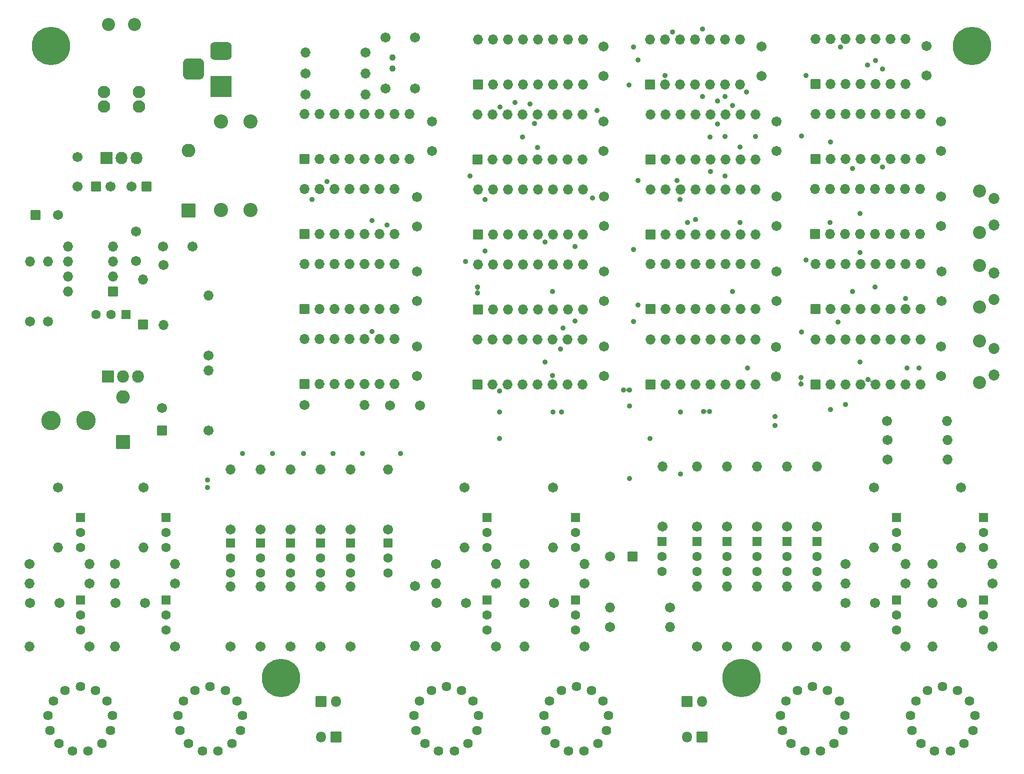
<source format=gbr>
G04 #@! TF.GenerationSoftware,KiCad,Pcbnew,(6.0.10)*
G04 #@! TF.CreationDate,2023-04-15T17:26:43+02:00*
G04 #@! TF.ProjectId,NixieClock,4e697869-6543-46c6-9f63-6b2e6b696361,rev?*
G04 #@! TF.SameCoordinates,Original*
G04 #@! TF.FileFunction,Soldermask,Top*
G04 #@! TF.FilePolarity,Negative*
%FSLAX46Y46*%
G04 Gerber Fmt 4.6, Leading zero omitted, Abs format (unit mm)*
G04 Created by KiCad (PCBNEW (6.0.10)) date 2023-04-15 17:26:43*
%MOMM*%
%LPD*%
G01*
G04 APERTURE LIST*
G04 Aperture macros list*
%AMRoundRect*
0 Rectangle with rounded corners*
0 $1 Rounding radius*
0 $2 $3 $4 $5 $6 $7 $8 $9 X,Y pos of 4 corners*
0 Add a 4 corners polygon primitive as box body*
4,1,4,$2,$3,$4,$5,$6,$7,$8,$9,$2,$3,0*
0 Add four circle primitives for the rounded corners*
1,1,$1+$1,$2,$3*
1,1,$1+$1,$4,$5*
1,1,$1+$1,$6,$7*
1,1,$1+$1,$8,$9*
0 Add four rect primitives between the rounded corners*
20,1,$1+$1,$2,$3,$4,$5,0*
20,1,$1+$1,$4,$5,$6,$7,0*
20,1,$1+$1,$6,$7,$8,$9,0*
20,1,$1+$1,$8,$9,$2,$3,0*%
G04 Aperture macros list end*
%ADD10C,1.702000*%
%ADD11RoundRect,0.051000X0.800000X0.800000X-0.800000X0.800000X-0.800000X-0.800000X0.800000X-0.800000X0*%
%ADD12RoundRect,0.051000X0.800000X-0.800000X0.800000X0.800000X-0.800000X0.800000X-0.800000X-0.800000X0*%
%ADD13RoundRect,0.051000X-0.800000X-0.800000X0.800000X-0.800000X0.800000X0.800000X-0.800000X0.800000X0*%
%ADD14O,2.302000X2.302000*%
%ADD15RoundRect,0.051000X1.100000X-1.100000X1.100000X1.100000X-1.100000X1.100000X-1.100000X-1.100000X0*%
%ADD16O,1.702000X1.702000*%
%ADD17RoundRect,0.051000X-1.750000X1.750000X-1.750000X-1.750000X1.750000X-1.750000X1.750000X1.750000X0*%
%ADD18RoundRect,0.801000X-1.000000X0.750000X-1.000000X-0.750000X1.000000X-0.750000X1.000000X0.750000X0*%
%ADD19RoundRect,0.926000X-0.875000X0.875000X-0.875000X-0.875000X0.875000X-0.875000X0.875000X0.875000X0*%
%ADD20C,3.302000*%
%ADD21C,1.626000*%
%ADD22RoundRect,0.051000X-0.750000X0.750000X-0.750000X-0.750000X0.750000X-0.750000X0.750000X0.750000X0*%
%ADD23C,1.602000*%
%ADD24O,2.007000X2.102000*%
%ADD25RoundRect,0.051000X-0.952500X-1.000000X0.952500X-1.000000X0.952500X1.000000X-0.952500X1.000000X0*%
%ADD26RoundRect,0.051000X0.750000X0.750000X-0.750000X0.750000X-0.750000X-0.750000X0.750000X-0.750000X0*%
%ADD27C,1.102000*%
%ADD28C,2.202000*%
%ADD29C,2.102000*%
%ADD30C,6.502000*%
%ADD31C,1.852000*%
%ADD32C,2.402000*%
%ADD33RoundRect,0.051000X0.850000X-0.850000X0.850000X0.850000X-0.850000X0.850000X-0.850000X-0.850000X0*%
%ADD34O,1.802000X1.802000*%
%ADD35RoundRect,0.051000X-0.850000X0.850000X-0.850000X-0.850000X0.850000X-0.850000X0.850000X0.850000X0*%
%ADD36C,0.902000*%
G04 APERTURE END LIST*
D10*
X122936000Y-130302000D03*
X117936000Y-130302000D03*
X177292000Y-130302000D03*
X172292000Y-130302000D03*
D11*
X205486000Y-122428000D03*
D10*
X201686000Y-122428000D03*
X192238000Y-130302000D03*
X187238000Y-130302000D03*
X246594000Y-130302000D03*
X241594000Y-130302000D03*
X261326000Y-130302000D03*
X256326000Y-130302000D03*
X125800000Y-97335302D03*
D12*
X125800000Y-101135302D03*
D10*
X229868009Y-74210000D03*
X229868009Y-79210000D03*
X257758009Y-61475000D03*
X257758009Y-66475000D03*
X229853009Y-61510000D03*
X229853009Y-66510000D03*
X257778009Y-48820000D03*
X257778009Y-53820000D03*
X229853009Y-48810000D03*
X229853009Y-53810000D03*
X200650000Y-86900000D03*
X200650000Y-91900000D03*
X200658009Y-74210000D03*
X200658009Y-79210000D03*
X200643009Y-61520000D03*
X200643009Y-66520000D03*
X200591000Y-53820000D03*
X200591000Y-48820000D03*
X200623009Y-36120000D03*
X200623009Y-41120000D03*
X171550000Y-48800000D03*
X171550000Y-53800000D03*
X229816000Y-86950000D03*
X229816000Y-91950000D03*
X257756000Y-86910000D03*
X257756000Y-91910000D03*
X227318009Y-36110000D03*
X227318009Y-41110000D03*
X163670000Y-34554000D03*
X168670000Y-34554000D03*
X163670000Y-43190000D03*
X168670000Y-43190000D03*
D11*
X123200000Y-59800000D03*
D10*
X120700000Y-59800000D03*
X117149327Y-59800000D03*
D13*
X114649327Y-59800000D03*
D10*
X111494887Y-54800000D03*
X111494887Y-59800000D03*
X131000000Y-69930000D03*
X126000000Y-69930000D03*
X108197349Y-64600000D03*
D13*
X104397349Y-64600000D03*
D10*
X121400000Y-67430000D03*
X121400000Y-72430000D03*
D14*
X119200000Y-95420000D03*
D15*
X119200000Y-103040000D03*
X130350000Y-63860000D03*
D14*
X130350000Y-53700000D03*
D16*
X122600000Y-75520000D03*
D12*
X122600000Y-83140000D03*
D17*
X135850000Y-42880000D03*
D18*
X135850000Y-36880000D03*
D19*
X131150000Y-39880000D03*
D20*
X113000000Y-99430000D03*
X107000000Y-99430000D03*
D21*
X112000000Y-144500000D03*
X109440000Y-145130000D03*
X107470000Y-146880000D03*
X106540000Y-149340000D03*
X106860000Y-151950000D03*
X108350000Y-154120000D03*
X110680000Y-155340000D03*
X113320000Y-155340000D03*
X115650000Y-154120000D03*
X117140000Y-151950000D03*
X117460000Y-149340000D03*
X116530000Y-146880000D03*
X114560000Y-145130000D03*
X134000000Y-144500000D03*
X131440000Y-145130000D03*
X129470000Y-146880000D03*
X128540000Y-149340000D03*
X128860000Y-151950000D03*
X130350000Y-154120000D03*
X132680000Y-155340000D03*
X135320000Y-155340000D03*
X137650000Y-154120000D03*
X139140000Y-151950000D03*
X139460000Y-149340000D03*
X138530000Y-146880000D03*
X136560000Y-145130000D03*
X174000000Y-144500000D03*
X171440000Y-145130000D03*
X169470000Y-146880000D03*
X168540000Y-149340000D03*
X168860000Y-151950000D03*
X170350000Y-154120000D03*
X172680000Y-155340000D03*
X175320000Y-155340000D03*
X177650000Y-154120000D03*
X179140000Y-151950000D03*
X179460000Y-149340000D03*
X178530000Y-146880000D03*
X176560000Y-145130000D03*
X196000000Y-144500000D03*
X193440000Y-145130000D03*
X191470000Y-146880000D03*
X190540000Y-149340000D03*
X190860000Y-151950000D03*
X192350000Y-154120000D03*
X194680000Y-155340000D03*
X197320000Y-155340000D03*
X199650000Y-154120000D03*
X201140000Y-151950000D03*
X201460000Y-149340000D03*
X200530000Y-146880000D03*
X198560000Y-145130000D03*
X236000000Y-144500000D03*
X233440000Y-145130000D03*
X231470000Y-146880000D03*
X230540000Y-149340000D03*
X230860000Y-151950000D03*
X232350000Y-154120000D03*
X234680000Y-155340000D03*
X237320000Y-155340000D03*
X239650000Y-154120000D03*
X241140000Y-151950000D03*
X241460000Y-149340000D03*
X240530000Y-146880000D03*
X238560000Y-145130000D03*
X258000000Y-144500000D03*
X255440000Y-145130000D03*
X253470000Y-146880000D03*
X252540000Y-149340000D03*
X252860000Y-151950000D03*
X254350000Y-154120000D03*
X256680000Y-155340000D03*
X259320000Y-155340000D03*
X261650000Y-154120000D03*
X263140000Y-151950000D03*
X263460000Y-149340000D03*
X262530000Y-146880000D03*
X260560000Y-145130000D03*
D22*
X112014000Y-129794000D03*
D23*
X112014000Y-132334000D03*
X112014000Y-134874000D03*
D22*
X126492000Y-129794000D03*
D23*
X126492000Y-132334000D03*
X126492000Y-134874000D03*
D22*
X180848000Y-129794000D03*
D23*
X180848000Y-132334000D03*
X180848000Y-134874000D03*
D22*
X112014000Y-115824000D03*
D23*
X112014000Y-118364000D03*
X112014000Y-120904000D03*
D22*
X126492000Y-115824000D03*
D23*
X126492000Y-118364000D03*
X126492000Y-120904000D03*
D22*
X180848000Y-115824000D03*
D23*
X180848000Y-118364000D03*
X180848000Y-120904000D03*
D22*
X195834000Y-129794000D03*
D23*
X195834000Y-132334000D03*
X195834000Y-134874000D03*
D22*
X250190000Y-129794000D03*
D23*
X250190000Y-132334000D03*
X250190000Y-134874000D03*
D22*
X264922000Y-129794000D03*
D23*
X264922000Y-132334000D03*
X264922000Y-134874000D03*
D22*
X164083994Y-120142000D03*
D23*
X164083994Y-122682000D03*
X164083994Y-125222000D03*
D22*
X210460000Y-119888000D03*
D23*
X210460000Y-122428000D03*
X210460000Y-124968000D03*
D22*
X195834000Y-115824000D03*
D23*
X195834000Y-118364000D03*
X195834000Y-120904000D03*
D22*
X250190000Y-115824000D03*
D23*
X250190000Y-118364000D03*
X250190000Y-120904000D03*
D22*
X264922000Y-115824000D03*
D23*
X264922000Y-118364000D03*
X264922000Y-120904000D03*
D22*
X137414000Y-120142000D03*
D23*
X137414000Y-122682000D03*
X137414000Y-125222000D03*
D22*
X142494000Y-120142000D03*
D23*
X142494000Y-122682000D03*
X142494000Y-125222000D03*
D22*
X147574000Y-120142000D03*
D23*
X147574000Y-122682000D03*
X147574000Y-125222000D03*
D22*
X152654000Y-120142000D03*
D23*
X152654000Y-122682000D03*
X152654000Y-125222000D03*
D22*
X157734000Y-120142000D03*
D23*
X157734000Y-122682000D03*
X157734000Y-125222000D03*
D22*
X216408000Y-119888000D03*
D23*
X216408000Y-122428000D03*
X216408000Y-124968000D03*
D22*
X221488000Y-119888000D03*
D23*
X221488000Y-122428000D03*
X221488000Y-124968000D03*
D22*
X226568000Y-119888000D03*
D23*
X226568000Y-122428000D03*
X226568000Y-124968000D03*
D22*
X231648000Y-119888000D03*
D23*
X231648000Y-122428000D03*
X231648000Y-124968000D03*
D22*
X236728000Y-119888000D03*
D23*
X236728000Y-122428000D03*
X236728000Y-124968000D03*
D24*
X121740000Y-91930000D03*
X119200000Y-91930000D03*
D25*
X116660000Y-91930000D03*
D23*
X114660000Y-81430000D03*
X117200000Y-81430000D03*
D26*
X119740000Y-81430000D03*
D10*
X113538000Y-127000000D03*
D16*
X103378000Y-127000000D03*
D10*
X128016000Y-127000000D03*
D16*
X117856000Y-127000000D03*
D10*
X182372000Y-127000000D03*
D16*
X172212000Y-127000000D03*
D10*
X201676000Y-134366000D03*
D16*
X211836000Y-134366000D03*
D10*
X103378000Y-123698000D03*
D16*
X113538000Y-123698000D03*
D10*
X117856000Y-123698000D03*
D16*
X128016000Y-123698000D03*
D10*
X172212000Y-123698000D03*
D16*
X182372000Y-123698000D03*
D10*
X128016000Y-137668000D03*
D16*
X117856000Y-137668000D03*
D10*
X182372000Y-137668000D03*
D16*
X172212000Y-137668000D03*
D10*
X108204000Y-110744000D03*
D16*
X108204000Y-120904000D03*
D10*
X122682000Y-110744000D03*
D16*
X122682000Y-120904000D03*
D10*
X177038000Y-110744000D03*
D16*
X177038000Y-120904000D03*
D10*
X211836000Y-131064000D03*
D16*
X201676000Y-131064000D03*
D10*
X197358000Y-127000000D03*
D16*
X187198000Y-127000000D03*
D10*
X251714000Y-127000000D03*
D16*
X241554000Y-127000000D03*
D10*
X266446000Y-127000000D03*
D16*
X256286000Y-127000000D03*
D10*
X187198000Y-123698000D03*
D16*
X197358000Y-123698000D03*
D10*
X241554000Y-123698000D03*
D16*
X251714000Y-123698000D03*
D10*
X256286000Y-123698000D03*
D16*
X266446000Y-123698000D03*
D10*
X164084000Y-117856000D03*
D16*
X164084000Y-107696000D03*
D10*
X210566000Y-117348000D03*
D16*
X210566000Y-107188000D03*
D10*
X197358000Y-137668000D03*
D16*
X187198000Y-137668000D03*
D10*
X251714000Y-137668000D03*
D16*
X241554000Y-137668000D03*
D10*
X266446000Y-137668000D03*
D16*
X256286000Y-137668000D03*
D10*
X192024000Y-110744000D03*
D16*
X192024000Y-120904000D03*
D10*
X246380000Y-110744000D03*
D16*
X246380000Y-120904000D03*
D10*
X261112000Y-110744000D03*
D16*
X261112000Y-120904000D03*
D10*
X168700000Y-127420000D03*
D16*
X168700000Y-137580000D03*
D10*
X137414000Y-137668000D03*
D16*
X137414000Y-127508000D03*
D10*
X142494000Y-137668000D03*
D16*
X142494000Y-127508000D03*
D10*
X147574000Y-137668000D03*
D16*
X147574000Y-127508000D03*
D10*
X152654000Y-137668000D03*
D16*
X152654000Y-127508000D03*
D10*
X157734000Y-137668000D03*
D16*
X157734000Y-127508000D03*
D10*
X137414000Y-117856000D03*
D16*
X137414000Y-107696000D03*
D10*
X142494000Y-117856000D03*
D16*
X142494000Y-107696000D03*
D10*
X147574000Y-117856000D03*
D16*
X147574000Y-107696000D03*
D10*
X152654000Y-117856000D03*
D16*
X152654000Y-107696000D03*
D10*
X157734000Y-117856000D03*
D16*
X157734000Y-107696000D03*
D10*
X216408000Y-137668000D03*
D16*
X216408000Y-127508000D03*
D10*
X221488000Y-137668000D03*
D16*
X221488000Y-127508000D03*
D10*
X226568000Y-137668000D03*
D16*
X226568000Y-127508000D03*
D10*
X231648000Y-137668000D03*
D16*
X231648000Y-127508000D03*
D10*
X236728000Y-137668000D03*
D16*
X236728000Y-127508000D03*
D10*
X216408000Y-117348000D03*
D16*
X216408000Y-107188000D03*
D10*
X221488000Y-117348000D03*
D16*
X221488000Y-107188000D03*
D10*
X226568000Y-117348000D03*
D16*
X226568000Y-107188000D03*
D10*
X231648000Y-117348000D03*
D16*
X231648000Y-107188000D03*
D10*
X236728000Y-117348000D03*
D16*
X236728000Y-107188000D03*
D10*
X160312989Y-37104008D03*
D16*
X150152989Y-37104008D03*
X160312999Y-40660008D03*
D10*
X150152999Y-40660008D03*
X149960000Y-96826000D03*
D16*
X160120000Y-96826000D03*
D10*
X248670000Y-106000000D03*
D16*
X258830000Y-106000000D03*
X258830000Y-102750000D03*
D10*
X248670000Y-102750000D03*
X248632009Y-99500000D03*
D16*
X258792009Y-99500000D03*
D10*
X150152999Y-44240000D03*
D16*
X160312999Y-44240000D03*
X106500000Y-72450000D03*
D10*
X106500000Y-82610000D03*
D16*
X103452000Y-72450000D03*
D10*
X103452000Y-82610000D03*
D16*
X133700000Y-90950000D03*
D10*
X133700000Y-101110000D03*
D16*
X133700000Y-78250000D03*
D10*
X133700000Y-88410000D03*
D16*
X126100000Y-83210000D03*
D10*
X126100000Y-73050000D03*
D16*
X236472009Y-34780000D03*
X239012009Y-34780000D03*
X241552009Y-34780000D03*
X244092009Y-34780000D03*
X246632009Y-34780000D03*
X249172009Y-34780000D03*
X251712009Y-34780000D03*
X251712009Y-42400000D03*
X249172009Y-42400000D03*
X246632009Y-42400000D03*
X244092009Y-42400000D03*
X241552009Y-42400000D03*
X239012009Y-42400000D03*
D12*
X236472009Y-42400000D03*
X208502009Y-42480000D03*
D16*
X211042009Y-42480000D03*
X213582009Y-42480000D03*
X216122009Y-42480000D03*
X218662009Y-42480000D03*
X221202009Y-42480000D03*
X223742009Y-42480000D03*
X223742009Y-34860000D03*
X221202009Y-34860000D03*
X218662009Y-34860000D03*
X216122009Y-34860000D03*
X213582009Y-34860000D03*
X211042009Y-34860000D03*
X208502009Y-34860000D03*
D12*
X149960000Y-93270000D03*
D16*
X152500000Y-93270000D03*
X155040000Y-93270000D03*
X157580000Y-93270000D03*
X160120000Y-93270000D03*
X162660000Y-93270000D03*
X165200000Y-93270000D03*
X165200000Y-85650000D03*
X162660000Y-85650000D03*
X160120000Y-85650000D03*
X157580000Y-85650000D03*
X155040000Y-85650000D03*
X152500000Y-85650000D03*
X149960000Y-85650000D03*
D12*
X149942335Y-80570000D03*
D16*
X152482335Y-80570000D03*
X155022335Y-80570000D03*
X157562335Y-80570000D03*
X160102335Y-80570000D03*
X162642335Y-80570000D03*
X165182335Y-80570000D03*
X165182335Y-72950000D03*
X162642335Y-72950000D03*
X160102335Y-72950000D03*
X157562335Y-72950000D03*
X155022335Y-72950000D03*
X152482335Y-72950000D03*
X149942335Y-72950000D03*
D12*
X179270000Y-93280000D03*
D16*
X181810000Y-93280000D03*
X184350000Y-93280000D03*
X186890000Y-93280000D03*
X189430000Y-93280000D03*
X191970000Y-93280000D03*
X194510000Y-93280000D03*
X197050000Y-93280000D03*
X197050000Y-85660000D03*
X194510000Y-85660000D03*
X191970000Y-85660000D03*
X189430000Y-85660000D03*
X186890000Y-85660000D03*
X184350000Y-85660000D03*
X181810000Y-85660000D03*
X179270000Y-85660000D03*
D12*
X149960000Y-67870000D03*
D16*
X152500000Y-67870000D03*
X155040000Y-67870000D03*
X157580000Y-67870000D03*
X160120000Y-67870000D03*
X162660000Y-67870000D03*
X165200000Y-67870000D03*
X165200000Y-60250000D03*
X162660000Y-60250000D03*
X160120000Y-60250000D03*
X157580000Y-60250000D03*
X155040000Y-60250000D03*
X152500000Y-60250000D03*
X149960000Y-60250000D03*
D12*
X149960000Y-55170000D03*
D16*
X152500000Y-55170000D03*
X155040000Y-55170000D03*
X157580000Y-55170000D03*
X160120000Y-55170000D03*
X162660000Y-55170000D03*
X165200000Y-55170000D03*
X167740000Y-55170000D03*
X167740000Y-47550000D03*
X165200000Y-47550000D03*
X162660000Y-47550000D03*
X160120000Y-47550000D03*
X157580000Y-47550000D03*
X155040000Y-47550000D03*
X152500000Y-47550000D03*
X149960000Y-47550000D03*
D12*
X236472009Y-93280000D03*
D16*
X239012009Y-93280000D03*
X241552009Y-93280000D03*
X244092009Y-93280000D03*
X246632009Y-93280000D03*
X249172009Y-93280000D03*
X251712009Y-93280000D03*
X254252009Y-93280000D03*
X254252009Y-85660000D03*
X251712009Y-85660000D03*
X249172009Y-85660000D03*
X246632009Y-85660000D03*
X244092009Y-85660000D03*
X241552009Y-85660000D03*
X239012009Y-85660000D03*
X236472009Y-85660000D03*
D12*
X208532009Y-93320000D03*
D16*
X211072009Y-93320000D03*
X213612009Y-93320000D03*
X216152009Y-93320000D03*
X218692009Y-93320000D03*
X221232009Y-93320000D03*
X223772009Y-93320000D03*
X226312009Y-93320000D03*
X226312009Y-85700000D03*
X223772009Y-85700000D03*
X221232009Y-85700000D03*
X218692009Y-85700000D03*
X216152009Y-85700000D03*
X213612009Y-85700000D03*
X211072009Y-85700000D03*
X208532009Y-85700000D03*
D12*
X179322009Y-80580000D03*
D16*
X181862009Y-80580000D03*
X184402009Y-80580000D03*
X186942009Y-80580000D03*
X189482009Y-80580000D03*
X192022009Y-80580000D03*
X194562009Y-80580000D03*
X197102009Y-80580000D03*
X197102009Y-72960000D03*
X194562009Y-72960000D03*
X192022009Y-72960000D03*
X189482009Y-72960000D03*
X186942009Y-72960000D03*
X184402009Y-72960000D03*
X181862009Y-72960000D03*
X179322009Y-72960000D03*
D12*
X179322009Y-67880000D03*
D16*
X181862009Y-67880000D03*
X184402009Y-67880000D03*
X186942009Y-67880000D03*
X189482009Y-67880000D03*
X192022009Y-67880000D03*
X194562009Y-67880000D03*
X197102009Y-67880000D03*
X197102009Y-60260000D03*
X194562009Y-60260000D03*
X192022009Y-60260000D03*
X189482009Y-60260000D03*
X186942009Y-60260000D03*
X184402009Y-60260000D03*
X181862009Y-60260000D03*
X179322009Y-60260000D03*
D12*
X179270000Y-55180000D03*
D16*
X181810000Y-55180000D03*
X184350000Y-55180000D03*
X186890000Y-55180000D03*
X189430000Y-55180000D03*
X191970000Y-55180000D03*
X194510000Y-55180000D03*
X197050000Y-55180000D03*
X197050000Y-47560000D03*
X194510000Y-47560000D03*
X191970000Y-47560000D03*
X189430000Y-47560000D03*
X186890000Y-47560000D03*
X184350000Y-47560000D03*
X181810000Y-47560000D03*
X179270000Y-47560000D03*
D12*
X179302009Y-42480000D03*
D16*
X181842009Y-42480000D03*
X184382009Y-42480000D03*
X186922009Y-42480000D03*
X189462009Y-42480000D03*
X192002009Y-42480000D03*
X194542009Y-42480000D03*
X197082009Y-42480000D03*
X197082009Y-34860000D03*
X194542009Y-34860000D03*
X192002009Y-34860000D03*
X189462009Y-34860000D03*
X186922009Y-34860000D03*
X184382009Y-34860000D03*
X181842009Y-34860000D03*
X179302009Y-34860000D03*
D12*
X236457009Y-55140000D03*
D16*
X238997009Y-55140000D03*
X241537009Y-55140000D03*
X244077009Y-55140000D03*
X246617009Y-55140000D03*
X249157009Y-55140000D03*
X251697009Y-55140000D03*
X254237009Y-55140000D03*
X254237009Y-47520000D03*
X251697009Y-47520000D03*
X249157009Y-47520000D03*
X246617009Y-47520000D03*
X244077009Y-47520000D03*
X241537009Y-47520000D03*
X238997009Y-47520000D03*
X236457009Y-47520000D03*
D12*
X208517009Y-55180000D03*
D16*
X211057009Y-55180000D03*
X213597009Y-55180000D03*
X216137009Y-55180000D03*
X218677009Y-55180000D03*
X221217009Y-55180000D03*
X223757009Y-55180000D03*
X226297009Y-55180000D03*
X226297009Y-47560000D03*
X223757009Y-47560000D03*
X221217009Y-47560000D03*
X218677009Y-47560000D03*
X216137009Y-47560000D03*
X213597009Y-47560000D03*
X211057009Y-47560000D03*
X208517009Y-47560000D03*
D12*
X236437009Y-67875000D03*
D16*
X238977009Y-67875000D03*
X241517009Y-67875000D03*
X244057009Y-67875000D03*
X246597009Y-67875000D03*
X249137009Y-67875000D03*
X251677009Y-67875000D03*
X254217009Y-67875000D03*
X254217009Y-60255000D03*
X251677009Y-60255000D03*
X249137009Y-60255000D03*
X246597009Y-60255000D03*
X244057009Y-60255000D03*
X241517009Y-60255000D03*
X238977009Y-60255000D03*
X236437009Y-60255000D03*
D12*
X208517009Y-67880000D03*
D16*
X211057009Y-67880000D03*
X213597009Y-67880000D03*
X216137009Y-67880000D03*
X218677009Y-67880000D03*
X221217009Y-67880000D03*
X223757009Y-67880000D03*
X226297009Y-67880000D03*
X226297009Y-60260000D03*
X223757009Y-60260000D03*
X221217009Y-60260000D03*
X218677009Y-60260000D03*
X216137009Y-60260000D03*
X213597009Y-60260000D03*
X211057009Y-60260000D03*
X208517009Y-60260000D03*
D12*
X236472009Y-80540000D03*
D16*
X239012009Y-80540000D03*
X241552009Y-80540000D03*
X244092009Y-80540000D03*
X246632009Y-80540000D03*
X249172009Y-80540000D03*
X251712009Y-80540000D03*
X254252009Y-80540000D03*
X254252009Y-72920000D03*
X251712009Y-72920000D03*
X249172009Y-72920000D03*
X246632009Y-72920000D03*
X244092009Y-72920000D03*
X241552009Y-72920000D03*
X239012009Y-72920000D03*
X236472009Y-72920000D03*
D12*
X208547009Y-80570000D03*
D16*
X211087009Y-80570000D03*
X213627009Y-80570000D03*
X216167009Y-80570000D03*
X218707009Y-80570000D03*
X221247009Y-80570000D03*
X223787009Y-80570000D03*
X226327009Y-80570000D03*
X226327009Y-72950000D03*
X223787009Y-72950000D03*
X221247009Y-72950000D03*
X218707009Y-72950000D03*
X216167009Y-72950000D03*
X213627009Y-72950000D03*
X211087009Y-72950000D03*
X208547009Y-72950000D03*
D24*
X121484887Y-54980000D03*
X118944887Y-54980000D03*
D25*
X116404887Y-54980000D03*
D16*
X109880000Y-77530000D03*
X109880000Y-74990000D03*
X109880000Y-72450000D03*
X109880000Y-69910000D03*
X117500000Y-69910000D03*
X117500000Y-72450000D03*
X117500000Y-74990000D03*
D11*
X117500000Y-77530000D03*
D27*
X164900000Y-39831993D03*
X164900000Y-37931993D03*
D10*
X108458000Y-130302000D03*
X103458000Y-130302000D03*
X113538000Y-137668000D03*
D16*
X103378000Y-137668000D03*
D28*
X116800000Y-32380000D03*
X121200000Y-32380000D03*
D29*
X121950000Y-46280000D03*
X121950000Y-43780000D03*
X116050000Y-46280000D03*
X116050000Y-43780000D03*
D30*
X224000000Y-143000000D03*
X107000000Y-36000000D03*
D28*
X264247500Y-92985000D03*
X264247500Y-85975000D03*
D31*
X266737500Y-87225000D03*
X266737500Y-91725000D03*
D30*
X263000000Y-36000000D03*
X146000000Y-143000000D03*
D31*
X266737500Y-78925000D03*
X266737500Y-74425000D03*
D28*
X264247500Y-73175000D03*
X264247500Y-80185000D03*
D32*
X140850000Y-63780000D03*
X135850000Y-63780000D03*
X135850000Y-48780000D03*
X140850000Y-48780000D03*
D10*
X169010000Y-74200000D03*
X169010000Y-79200000D03*
D33*
X214750000Y-147000000D03*
D34*
X217290000Y-147000000D03*
D10*
X164476258Y-96838009D03*
X169476258Y-96838009D03*
D35*
X155300000Y-153000000D03*
D34*
X152760000Y-153000000D03*
D35*
X217300000Y-153000000D03*
D34*
X214760000Y-153000000D03*
D28*
X264247500Y-67585000D03*
X264247500Y-60575000D03*
D31*
X266737500Y-61825000D03*
X266737500Y-66325000D03*
D10*
X169008258Y-86912009D03*
X169008258Y-91912009D03*
X255288009Y-36030000D03*
X255288009Y-41030000D03*
X257823009Y-74160000D03*
X257823009Y-79160000D03*
X169026093Y-61563231D03*
X169026093Y-66563231D03*
D33*
X152750000Y-147000000D03*
D34*
X155290000Y-147000000D03*
D36*
X177200000Y-72500000D03*
X221200000Y-51300000D03*
X193300000Y-87300000D03*
X198750000Y-61750000D03*
X226300000Y-51300000D03*
X199453984Y-46953984D03*
X183000000Y-102500000D03*
X208500000Y-102500000D03*
X183000000Y-98000000D03*
X183000000Y-94397300D03*
X166250000Y-105000000D03*
X229650000Y-98750000D03*
X241600000Y-96700000D03*
X139500000Y-105000000D03*
X144500000Y-105000000D03*
X234000000Y-93212009D03*
X239012009Y-97512009D03*
X149750000Y-105000000D03*
X229650000Y-100250000D03*
X234000000Y-92100000D03*
X154750000Y-105000000D03*
X159750000Y-105000000D03*
X245400000Y-92500000D03*
X213600000Y-97950000D03*
X133500000Y-109500000D03*
X213600000Y-108500000D03*
X133506000Y-110744000D03*
X205000000Y-109250000D03*
X205002703Y-94250000D03*
X205002703Y-97000000D03*
X193500000Y-98000000D03*
X192000000Y-98000000D03*
X204000000Y-94250000D03*
X217500000Y-97900000D03*
X218502703Y-97852703D03*
X254000000Y-90500000D03*
X225000000Y-90500000D03*
X252000000Y-90500000D03*
X234896000Y-72198000D03*
X234896000Y-40956000D03*
X240282009Y-82750000D03*
X224773500Y-43750000D03*
X206400000Y-38400000D03*
X206448000Y-79818000D03*
X246632009Y-38417991D03*
X206448000Y-58736000D03*
X218689164Y-57212000D03*
X242770000Y-56704000D03*
X212290000Y-33590000D03*
X213066509Y-58736000D03*
X217370000Y-44512000D03*
X217370000Y-33082000D03*
X238960000Y-65848000D03*
X223720000Y-65848000D03*
X240738000Y-36130000D03*
X214830000Y-65848000D03*
X185620000Y-45528000D03*
X219910000Y-45274000D03*
X222450000Y-46036000D03*
X188160000Y-45782000D03*
X151230000Y-62028000D03*
X161390000Y-65584000D03*
X161390000Y-84380000D03*
X191970000Y-91756000D03*
X153770000Y-58980000D03*
X251712009Y-78749991D03*
X163930000Y-66346000D03*
X193750000Y-83750000D03*
X195780000Y-69912000D03*
X195750000Y-82554300D03*
X190700000Y-69150000D03*
X222450000Y-77532000D03*
X191970000Y-77532000D03*
X211020000Y-40956000D03*
X223720000Y-53142300D03*
X238997009Y-52247009D03*
X242770000Y-77532000D03*
X179270000Y-77786000D03*
X188922000Y-49084000D03*
X213560000Y-61983300D03*
X180540000Y-61993300D03*
X244040000Y-70928000D03*
X180540000Y-70674000D03*
X216150000Y-65350000D03*
X244040000Y-64324000D03*
X247850000Y-56450000D03*
X218640000Y-51370000D03*
X186890000Y-51370000D03*
X246580000Y-76770000D03*
X179270000Y-76770000D03*
X219910000Y-49250000D03*
X183080000Y-46290000D03*
X205686000Y-70420000D03*
X205686000Y-36130000D03*
X221180000Y-44512000D03*
X247800000Y-39900000D03*
X221180000Y-57974000D03*
X178000000Y-57974000D03*
X245300000Y-39200000D03*
X190700000Y-89470000D03*
X244040000Y-89470000D03*
X189430000Y-53148000D03*
X234134000Y-84390000D03*
X234134000Y-51250000D03*
X204924000Y-42600000D03*
X205686000Y-82612000D03*
G36*
X218120218Y-97620057D02*
G01*
X218120180Y-97621672D01*
X218073342Y-97721433D01*
X218053757Y-97847218D01*
X218070263Y-97973442D01*
X218116945Y-98079536D01*
X218116727Y-98081524D01*
X218114896Y-98082329D01*
X218113527Y-98081558D01*
X218111078Y-98078366D01*
X218054902Y-98037347D01*
X217985767Y-98033228D01*
X217925291Y-98067191D01*
X217899611Y-98106123D01*
X217891492Y-98125725D01*
X217891231Y-98126177D01*
X217884307Y-98135201D01*
X217882459Y-98135967D01*
X217880872Y-98134749D01*
X217880920Y-98133112D01*
X217927726Y-98036504D01*
X217948867Y-97910842D01*
X217948998Y-97900131D01*
X217930933Y-97773987D01*
X217884137Y-97671065D01*
X217884331Y-97669074D01*
X217886151Y-97668246D01*
X217887545Y-97669019D01*
X217891627Y-97674339D01*
X217947801Y-97715356D01*
X218016936Y-97719475D01*
X218077412Y-97685512D01*
X218103092Y-97646580D01*
X218111211Y-97626978D01*
X218111472Y-97626525D01*
X218116783Y-97619604D01*
X218118631Y-97618839D01*
X218120218Y-97620057D01*
G37*
G36*
X204620217Y-94017355D02*
G01*
X204620179Y-94018970D01*
X204573342Y-94118730D01*
X204553757Y-94244515D01*
X204570263Y-94370739D01*
X204616945Y-94476833D01*
X204616727Y-94478821D01*
X204614896Y-94479626D01*
X204613527Y-94478856D01*
X204602673Y-94464710D01*
X204601743Y-94465424D01*
X204599760Y-94465685D01*
X204598968Y-94465092D01*
X204571458Y-94430951D01*
X204505744Y-94409076D01*
X204438638Y-94426201D01*
X204402874Y-94464610D01*
X204400962Y-94465196D01*
X204400193Y-94464834D01*
X204400031Y-94464709D01*
X204384307Y-94485201D01*
X204382459Y-94485966D01*
X204380872Y-94484748D01*
X204380920Y-94483111D01*
X204427726Y-94386504D01*
X204448867Y-94260842D01*
X204448998Y-94250131D01*
X204430933Y-94123987D01*
X204384137Y-94021065D01*
X204384331Y-94019074D01*
X204386151Y-94018246D01*
X204387545Y-94019019D01*
X204400031Y-94035291D01*
X204400961Y-94034577D01*
X204402944Y-94034316D01*
X204403735Y-94034909D01*
X204431260Y-94069059D01*
X204496976Y-94090925D01*
X204564082Y-94073790D01*
X204599828Y-94035389D01*
X204601740Y-94034803D01*
X204602510Y-94035165D01*
X204602673Y-94035290D01*
X204616782Y-94016902D01*
X204618630Y-94016137D01*
X204620217Y-94017355D01*
G37*
G36*
X244974605Y-92636751D02*
G01*
X245018829Y-92737258D01*
X245090010Y-92821938D01*
X245090359Y-92823907D01*
X245088828Y-92825194D01*
X245087261Y-92824812D01*
X245069659Y-92811305D01*
X245004784Y-92786224D01*
X244936938Y-92800140D01*
X244887386Y-92848527D01*
X244871820Y-92916196D01*
X244876841Y-92944374D01*
X244901625Y-93026463D01*
X244901168Y-93028410D01*
X244899253Y-93028988D01*
X244897808Y-93027659D01*
X244867599Y-92934685D01*
X244778854Y-92780976D01*
X244765248Y-92765865D01*
X244764832Y-92763909D01*
X244766318Y-92762571D01*
X244767865Y-92762877D01*
X244818658Y-92797703D01*
X244887883Y-92799768D01*
X244947238Y-92764079D01*
X244977877Y-92701963D01*
X244970786Y-92637776D01*
X244971590Y-92635944D01*
X244973578Y-92635725D01*
X244974605Y-92636751D01*
G37*
G36*
X245844781Y-92553213D02*
G01*
X245845483Y-92554447D01*
X245855814Y-92620696D01*
X245901789Y-92672495D01*
X245968471Y-92691215D01*
X246034925Y-92670839D01*
X246044109Y-92664142D01*
X246047385Y-92661508D01*
X246049361Y-92661202D01*
X246050614Y-92662761D01*
X246050124Y-92664405D01*
X245945164Y-92780976D01*
X245856419Y-92934685D01*
X245827765Y-93022871D01*
X245826279Y-93024209D01*
X245824377Y-93023591D01*
X245823863Y-93022210D01*
X245825370Y-92952391D01*
X245789193Y-92893335D01*
X245726827Y-92863211D01*
X245657909Y-92871607D01*
X245631742Y-92886962D01*
X245626179Y-92891231D01*
X245625726Y-92891492D01*
X245606270Y-92899551D01*
X245604287Y-92899290D01*
X245603522Y-92897442D01*
X245604459Y-92895999D01*
X245686792Y-92845446D01*
X245772221Y-92751066D01*
X245827726Y-92636504D01*
X245841535Y-92554423D01*
X245842808Y-92552881D01*
X245844781Y-92553213D01*
G37*
G36*
X233928215Y-92543203D02*
G01*
X234055494Y-92545537D01*
X234141345Y-92522131D01*
X234143279Y-92522641D01*
X234143805Y-92524570D01*
X234142636Y-92525909D01*
X234103162Y-92542259D01*
X234049003Y-92585903D01*
X234027131Y-92651618D01*
X234044259Y-92718724D01*
X234095142Y-92766098D01*
X234102925Y-92769652D01*
X234147031Y-92787921D01*
X234148249Y-92789508D01*
X234147484Y-92791356D01*
X234145693Y-92791685D01*
X234066364Y-92767961D01*
X233939066Y-92767184D01*
X233856448Y-92790796D01*
X233854507Y-92790310D01*
X233853958Y-92788387D01*
X233855133Y-92787025D01*
X233896838Y-92769751D01*
X233950996Y-92726107D01*
X233972869Y-92660392D01*
X233955741Y-92593286D01*
X233904858Y-92545912D01*
X233897076Y-92542358D01*
X233850896Y-92523229D01*
X233849678Y-92521642D01*
X233850443Y-92519794D01*
X233852257Y-92519472D01*
X233928215Y-92543203D01*
G37*
G36*
X191898215Y-92199203D02*
G01*
X192025494Y-92201537D01*
X192111343Y-92178131D01*
X192113277Y-92178641D01*
X192113803Y-92180570D01*
X192112634Y-92181909D01*
X192087215Y-92192438D01*
X192086711Y-92192573D01*
X192075410Y-92194061D01*
X192011797Y-92222201D01*
X191973663Y-92280012D01*
X191972838Y-92349267D01*
X192009571Y-92407949D01*
X192067426Y-92433461D01*
X192068607Y-92435075D01*
X192067800Y-92436905D01*
X192066203Y-92437247D01*
X192058745Y-92435662D01*
X191881255Y-92435662D01*
X191869030Y-92438260D01*
X191867128Y-92437642D01*
X191866712Y-92435686D01*
X191867879Y-92434444D01*
X191922703Y-92412779D01*
X191963127Y-92356541D01*
X191966728Y-92287377D01*
X191932367Y-92227246D01*
X191870711Y-92195113D01*
X191863163Y-92193873D01*
X191853289Y-92192573D01*
X191852785Y-92192438D01*
X191820898Y-92179230D01*
X191819680Y-92177643D01*
X191820445Y-92175795D01*
X191822259Y-92175473D01*
X191898215Y-92199203D01*
G37*
G36*
X179522310Y-77140138D02*
G01*
X179521529Y-77141779D01*
X179496181Y-77161229D01*
X179495728Y-77161490D01*
X179489057Y-77164253D01*
X179434898Y-77207897D01*
X179413025Y-77273612D01*
X179430152Y-77340718D01*
X179481035Y-77388093D01*
X179488819Y-77391648D01*
X179495728Y-77394510D01*
X179496181Y-77394771D01*
X179524985Y-77416873D01*
X179525750Y-77418721D01*
X179524532Y-77420308D01*
X179522679Y-77420138D01*
X179458326Y-77378426D01*
X179336364Y-77341952D01*
X179209066Y-77341175D01*
X179086666Y-77376157D01*
X179018971Y-77418869D01*
X179016973Y-77418948D01*
X179015906Y-77417257D01*
X179016686Y-77415591D01*
X179043821Y-77394770D01*
X179044274Y-77394509D01*
X179050945Y-77391746D01*
X179105103Y-77348101D01*
X179126975Y-77282386D01*
X179109847Y-77215280D01*
X179060086Y-77168951D01*
X179059500Y-77167039D01*
X179060863Y-77165575D01*
X179062557Y-77165822D01*
X179076709Y-77175243D01*
X179198215Y-77213203D01*
X179325494Y-77215537D01*
X179448315Y-77182051D01*
X179519265Y-77138488D01*
X179521264Y-77138434D01*
X179522310Y-77140138D01*
G37*
G36*
X211163279Y-41378641D02*
G01*
X211163805Y-41380570D01*
X211162636Y-41381909D01*
X211137216Y-41392438D01*
X211136712Y-41392573D01*
X211135178Y-41392775D01*
X211071569Y-41420915D01*
X211033434Y-41478729D01*
X211032610Y-41547983D01*
X211069343Y-41606664D01*
X211126419Y-41631832D01*
X211127600Y-41633446D01*
X211126793Y-41635276D01*
X211125612Y-41635662D01*
X210953264Y-41635662D01*
X210919368Y-41642867D01*
X210917466Y-41642249D01*
X210917050Y-41640293D01*
X210918217Y-41639051D01*
X210981696Y-41613965D01*
X211022121Y-41557727D01*
X211025723Y-41488563D01*
X210991363Y-41428432D01*
X210935844Y-41399496D01*
X210934770Y-41397808D01*
X210935694Y-41396035D01*
X210937364Y-41395813D01*
X210948215Y-41399203D01*
X211075494Y-41401537D01*
X211161345Y-41378131D01*
X211163279Y-41378641D01*
G37*
M02*

</source>
